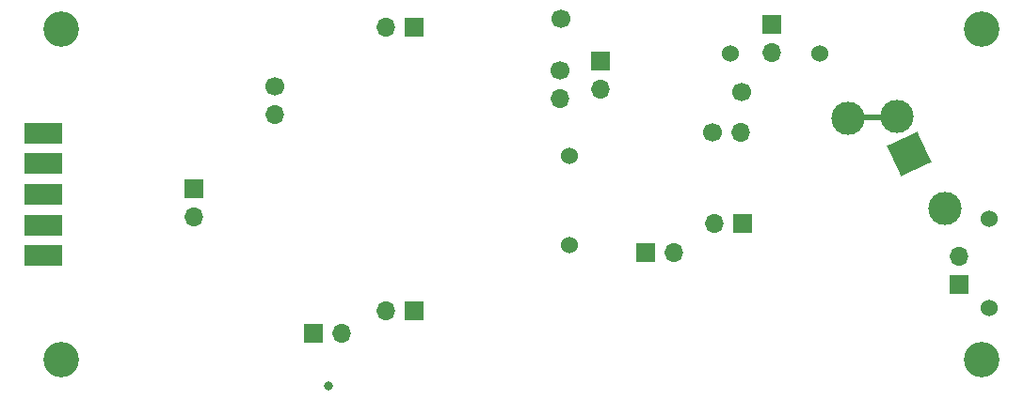
<source format=gbs>
%TF.GenerationSoftware,KiCad,Pcbnew,(6.0.4-0)*%
%TF.CreationDate,2022-04-30T13:28:32-04:00*%
%TF.ProjectId,NanoFox80,4e616e6f-466f-4783-9830-2e6b69636164,rev?*%
%TF.SameCoordinates,Original*%
%TF.FileFunction,Soldermask,Bot*%
%TF.FilePolarity,Negative*%
%FSLAX46Y46*%
G04 Gerber Fmt 4.6, Leading zero omitted, Abs format (unit mm)*
G04 Created by KiCad (PCBNEW (6.0.4-0)) date 2022-04-30 13:28:32*
%MOMM*%
%LPD*%
G01*
G04 APERTURE LIST*
G04 Aperture macros list*
%AMRotRect*
0 Rectangle, with rotation*
0 The origin of the aperture is its center*
0 $1 length*
0 $2 width*
0 $3 Rotation angle, in degrees counterclockwise*
0 Add horizontal line*
21,1,$1,$2,0,0,$3*%
G04 Aperture macros list end*
%ADD10C,1.700000*%
%ADD11O,1.700000X1.700000*%
%ADD12R,1.700000X1.700000*%
%ADD13C,0.600000*%
%ADD14C,1.524000*%
%ADD15C,0.800000*%
%ADD16C,3.200000*%
%ADD17C,3.000000*%
%ADD18R,5.760000X0.595000*%
%ADD19RotRect,3.000000X3.000000X25.000000*%
%ADD20R,3.480000X1.846667*%
G04 APERTURE END LIST*
D10*
%TO.C,J107*%
X142170000Y-68880000D03*
D11*
X144710000Y-68880000D03*
%TD*%
D12*
%TO.C,J109*%
X115300000Y-59435000D03*
D11*
X112760000Y-59435000D03*
%TD*%
D12*
%TO.C,BT101*%
X95510000Y-74030000D03*
D11*
X95510000Y-76570000D03*
%TD*%
D13*
%TO.C,W103*%
X129320000Y-71060000D03*
D14*
X129320000Y-71060000D03*
X129320000Y-79060000D03*
D13*
X129320000Y-79060000D03*
%TD*%
D15*
%TO.C,SW101*%
X107620000Y-91780000D03*
%TD*%
D12*
%TO.C,J106*%
X144900000Y-77130000D03*
D11*
X142360000Y-77130000D03*
%TD*%
D10*
%TO.C,J110*%
X102800000Y-64785000D03*
D11*
X102800000Y-67325000D03*
%TD*%
D10*
%TO.C,J104*%
X128410000Y-63310000D03*
D11*
X128410000Y-65850000D03*
%TD*%
D16*
%TO.C,REF\u002A\u002A*%
X166400000Y-59600000D03*
%TD*%
D12*
%TO.C,AE101*%
X164310000Y-82635000D03*
D11*
X164310000Y-80095000D03*
%TD*%
D14*
%TO.C,W102*%
X167010000Y-76730000D03*
D13*
X167010000Y-76730000D03*
X167010000Y-84730000D03*
D14*
X167010000Y-84730000D03*
%TD*%
D16*
%TO.C,REF\u002A\u002A*%
X166400000Y-89400000D03*
%TD*%
D12*
%TO.C,J112*%
X106280000Y-87060000D03*
D11*
X108820000Y-87060000D03*
%TD*%
D10*
%TO.C,J108*%
X144770000Y-65310000D03*
%TD*%
D14*
%TO.C,W101*%
X143800000Y-61790000D03*
D13*
X143800000Y-61790000D03*
X151800000Y-61790000D03*
D14*
X151800000Y-61790000D03*
%TD*%
D12*
%TO.C,J113*%
X115360000Y-85005000D03*
D11*
X112820000Y-85005000D03*
%TD*%
D12*
%TO.C,J114*%
X136140000Y-79755000D03*
D11*
X138680000Y-79755000D03*
%TD*%
D10*
%TO.C,J103*%
X128500000Y-58640000D03*
%TD*%
D16*
%TO.C,REF\u002A\u002A*%
X83600000Y-89400000D03*
%TD*%
D12*
%TO.C,J101*%
X147460000Y-59140000D03*
D11*
X147460000Y-61680000D03*
%TD*%
D16*
%TO.C,REF\u002A\u002A*%
X83600000Y-59600000D03*
%TD*%
D12*
%TO.C,J105*%
X132085000Y-62490000D03*
D11*
X132085000Y-65030000D03*
%TD*%
D17*
%TO.C,L101*%
X163040000Y-75740000D03*
X154380000Y-67620000D03*
X158790000Y-67460000D03*
D18*
X156690000Y-67530000D03*
D19*
X159870000Y-70820000D03*
%TD*%
D20*
%TO.C,J111*%
X82000000Y-68960000D03*
X82000000Y-71730000D03*
X82000000Y-74500000D03*
X82000000Y-77270000D03*
X82000000Y-80040000D03*
%TD*%
M02*

</source>
